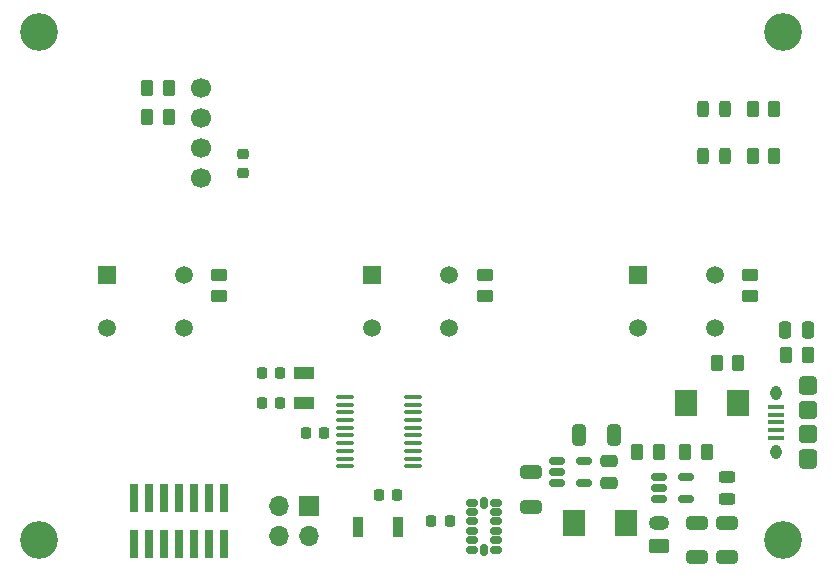
<source format=gbr>
%TF.GenerationSoftware,KiCad,Pcbnew,8.0.5*%
%TF.CreationDate,2024-11-06T09:26:01-07:00*%
%TF.ProjectId,STM32G041F8P6_dev,53544d33-3247-4303-9431-463850365f64,rev?*%
%TF.SameCoordinates,Original*%
%TF.FileFunction,Soldermask,Top*%
%TF.FilePolarity,Negative*%
%FSLAX46Y46*%
G04 Gerber Fmt 4.6, Leading zero omitted, Abs format (unit mm)*
G04 Created by KiCad (PCBNEW 8.0.5) date 2024-11-06 09:26:01*
%MOMM*%
%LPD*%
G01*
G04 APERTURE LIST*
G04 Aperture macros list*
%AMRoundRect*
0 Rectangle with rounded corners*
0 $1 Rounding radius*
0 $2 $3 $4 $5 $6 $7 $8 $9 X,Y pos of 4 corners*
0 Add a 4 corners polygon primitive as box body*
4,1,4,$2,$3,$4,$5,$6,$7,$8,$9,$2,$3,0*
0 Add four circle primitives for the rounded corners*
1,1,$1+$1,$2,$3*
1,1,$1+$1,$4,$5*
1,1,$1+$1,$6,$7*
1,1,$1+$1,$8,$9*
0 Add four rect primitives between the rounded corners*
20,1,$1+$1,$2,$3,$4,$5,0*
20,1,$1+$1,$4,$5,$6,$7,0*
20,1,$1+$1,$6,$7,$8,$9,0*
20,1,$1+$1,$8,$9,$2,$3,0*%
G04 Aperture macros list end*
%ADD10RoundRect,0.225000X-0.225000X-0.250000X0.225000X-0.250000X0.225000X0.250000X-0.225000X0.250000X0*%
%ADD11RoundRect,0.225000X-0.250000X0.225000X-0.250000X-0.225000X0.250000X-0.225000X0.250000X0.225000X0*%
%ADD12C,1.700000*%
%ADD13RoundRect,0.100000X0.575000X-0.100000X0.575000X0.100000X-0.575000X0.100000X-0.575000X-0.100000X0*%
%ADD14O,1.550000X0.890000*%
%ADD15RoundRect,0.250000X0.525000X-0.475000X0.525000X0.475000X-0.525000X0.475000X-0.525000X-0.475000X0*%
%ADD16O,0.950000X1.250000*%
%ADD17RoundRect,0.250000X0.525000X-0.500000X0.525000X0.500000X-0.525000X0.500000X-0.525000X-0.500000X0*%
%ADD18R,1.498600X1.498600*%
%ADD19C,1.498600*%
%ADD20RoundRect,0.150000X-0.512500X-0.150000X0.512500X-0.150000X0.512500X0.150000X-0.512500X0.150000X0*%
%ADD21R,1.800000X1.000000*%
%ADD22RoundRect,0.250000X0.450000X-0.262500X0.450000X0.262500X-0.450000X0.262500X-0.450000X-0.262500X0*%
%ADD23RoundRect,0.225000X0.225000X0.250000X-0.225000X0.250000X-0.225000X-0.250000X0.225000X-0.250000X0*%
%ADD24RoundRect,0.250000X0.250000X0.475000X-0.250000X0.475000X-0.250000X-0.475000X0.250000X-0.475000X0*%
%ADD25RoundRect,0.100000X-0.637500X-0.100000X0.637500X-0.100000X0.637500X0.100000X-0.637500X0.100000X0*%
%ADD26RoundRect,0.250000X0.262500X0.450000X-0.262500X0.450000X-0.262500X-0.450000X0.262500X-0.450000X0*%
%ADD27R,1.879600X2.260600*%
%ADD28C,3.200000*%
%ADD29RoundRect,0.250000X-0.650000X0.325000X-0.650000X-0.325000X0.650000X-0.325000X0.650000X0.325000X0*%
%ADD30R,0.900000X1.700000*%
%ADD31RoundRect,0.250000X0.325000X0.650000X-0.325000X0.650000X-0.325000X-0.650000X0.325000X-0.650000X0*%
%ADD32RoundRect,0.250000X-0.262500X-0.450000X0.262500X-0.450000X0.262500X0.450000X-0.262500X0.450000X0*%
%ADD33RoundRect,0.243750X-0.456250X0.243750X-0.456250X-0.243750X0.456250X-0.243750X0.456250X0.243750X0*%
%ADD34RoundRect,0.250000X0.650000X-0.325000X0.650000X0.325000X-0.650000X0.325000X-0.650000X-0.325000X0*%
%ADD35RoundRect,0.243750X0.243750X0.456250X-0.243750X0.456250X-0.243750X-0.456250X0.243750X-0.456250X0*%
%ADD36RoundRect,0.250000X0.475000X-0.250000X0.475000X0.250000X-0.475000X0.250000X-0.475000X-0.250000X0*%
%ADD37R,0.740000X2.400000*%
%ADD38RoundRect,0.150000X-0.325000X-0.150000X0.325000X-0.150000X0.325000X0.150000X-0.325000X0.150000X0*%
%ADD39RoundRect,0.150000X-0.150000X-0.325000X0.150000X-0.325000X0.150000X0.325000X-0.150000X0.325000X0*%
%ADD40RoundRect,0.250000X0.625000X-0.350000X0.625000X0.350000X-0.625000X0.350000X-0.625000X-0.350000X0*%
%ADD41O,1.750000X1.200000*%
%ADD42R,1.700000X1.700000*%
%ADD43O,1.700000X1.700000*%
G04 APERTURE END LIST*
D10*
%TO.C,C12*%
X192725000Y-90900000D03*
X194275000Y-90900000D03*
%TD*%
D11*
%TO.C,C11*%
X176800000Y-59825000D03*
X176800000Y-61375000D03*
%TD*%
D12*
%TO.C,D4*%
X173270000Y-54190000D03*
X173270000Y-56730000D03*
X173270000Y-59270000D03*
X173270000Y-61810000D03*
%TD*%
D13*
%TO.C,J1*%
X221900000Y-83800000D03*
X221900000Y-83150000D03*
X221900000Y-82500000D03*
X221900000Y-81850000D03*
X221900000Y-81200000D03*
D14*
X224600000Y-86000000D03*
D15*
X224600000Y-85525000D03*
D16*
X221900000Y-85000000D03*
D17*
X224600000Y-83500000D03*
X224600000Y-81500000D03*
D16*
X221900000Y-80000000D03*
D15*
X224600000Y-79475000D03*
D14*
X224600000Y-79000000D03*
%TD*%
D18*
%TO.C,SW2*%
X165249999Y-70000000D03*
D19*
X171750000Y-70000000D03*
X165249999Y-74500001D03*
X171750000Y-74500001D03*
%TD*%
D20*
%TO.C,U2*%
X203362500Y-85750000D03*
X203362500Y-86700000D03*
X203362500Y-87650000D03*
X205637500Y-87650000D03*
X205637500Y-85750000D03*
%TD*%
D21*
%TO.C,Y1*%
X181950000Y-78350000D03*
X181950000Y-80850000D03*
%TD*%
D22*
%TO.C,R8*%
X219750002Y-71825000D03*
X219750002Y-70000000D03*
%TD*%
D10*
%TO.C,C1*%
X182100000Y-83450000D03*
X183650000Y-83450000D03*
%TD*%
D23*
%TO.C,C3*%
X179950000Y-78350000D03*
X178400000Y-78350000D03*
%TD*%
D24*
%TO.C,C5*%
X224600000Y-74700000D03*
X222700000Y-74700000D03*
%TD*%
D25*
%TO.C,U3*%
X185425000Y-80375000D03*
X185425000Y-81025000D03*
X185425000Y-81675000D03*
X185425000Y-82325000D03*
X185425000Y-82975000D03*
X185425000Y-83625000D03*
X185425000Y-84275000D03*
X185425000Y-84925000D03*
X185425000Y-85575000D03*
X185425000Y-86225000D03*
X191150000Y-86225000D03*
X191150000Y-85575000D03*
X191150000Y-84925000D03*
X191150000Y-84275000D03*
X191150000Y-83625000D03*
X191150000Y-82975000D03*
X191150000Y-82325000D03*
X191150000Y-81675000D03*
X191150000Y-81025000D03*
X191150000Y-80375000D03*
%TD*%
D26*
%TO.C,R5*%
X221775000Y-60000000D03*
X219950000Y-60000000D03*
%TD*%
D27*
%TO.C,CR2*%
X204790200Y-91000000D03*
X209209800Y-91000000D03*
%TD*%
D28*
%TO.C,H2*%
X222500000Y-49500000D03*
%TD*%
D29*
%TO.C,C2*%
X217750000Y-91000000D03*
X217750000Y-93950000D03*
%TD*%
D30*
%TO.C,SW1*%
X186487500Y-91400000D03*
X189887500Y-91400000D03*
%TD*%
D31*
%TO.C,C10*%
X208175000Y-83600000D03*
X205225000Y-83600000D03*
%TD*%
D26*
%TO.C,R9*%
X170512500Y-54200000D03*
X168687500Y-54200000D03*
%TD*%
D32*
%TO.C,R2*%
X214250000Y-85000000D03*
X216075000Y-85000000D03*
%TD*%
D28*
%TO.C,H4*%
X222500000Y-92500000D03*
%TD*%
D33*
%TO.C,D1*%
X217750000Y-87125000D03*
X217750000Y-89000000D03*
%TD*%
D32*
%TO.C,R11*%
X216894600Y-77500000D03*
X218719600Y-77500000D03*
%TD*%
D26*
%TO.C,R3*%
X212000000Y-85000000D03*
X210175000Y-85000000D03*
%TD*%
D34*
%TO.C,C7*%
X201150000Y-89675000D03*
X201150000Y-86725000D03*
%TD*%
D28*
%TO.C,H3*%
X159500000Y-92500000D03*
%TD*%
D35*
%TO.C,D2*%
X217625000Y-56000000D03*
X215750000Y-56000000D03*
%TD*%
D22*
%TO.C,R7*%
X197250001Y-71825000D03*
X197250001Y-70000000D03*
%TD*%
D26*
%TO.C,R1*%
X224600000Y-76800000D03*
X222775000Y-76800000D03*
%TD*%
D22*
%TO.C,R6*%
X174750000Y-71825000D03*
X174750000Y-70000000D03*
%TD*%
D35*
%TO.C,D3*%
X217625000Y-60000000D03*
X215750000Y-60000000D03*
%TD*%
D26*
%TO.C,R4*%
X221775000Y-56000000D03*
X219950000Y-56000000D03*
%TD*%
D36*
%TO.C,C9*%
X207800000Y-87650000D03*
X207800000Y-85750000D03*
%TD*%
D37*
%TO.C,J4*%
X167590000Y-92800000D03*
X167590000Y-88900000D03*
X168860000Y-92800000D03*
X168860000Y-88900000D03*
X170130000Y-92800000D03*
X170130000Y-88900000D03*
X171400000Y-92800000D03*
X171400000Y-88900000D03*
X172670000Y-92800000D03*
X172670000Y-88900000D03*
X173940000Y-92800000D03*
X173940000Y-88900000D03*
X175210000Y-92800000D03*
X175210000Y-88900000D03*
%TD*%
D29*
%TO.C,C8*%
X215250000Y-91000000D03*
X215250000Y-93950000D03*
%TD*%
D28*
%TO.C,H1*%
X159500000Y-49500000D03*
%TD*%
D38*
%TO.C,U4*%
X196200000Y-89300000D03*
X196200000Y-90100000D03*
X196200000Y-90900000D03*
X196200000Y-91700000D03*
X196200000Y-92500000D03*
X196200000Y-93300000D03*
D39*
X197200000Y-93300000D03*
D38*
X198200000Y-93300000D03*
X198200000Y-92500000D03*
X198200000Y-91700000D03*
X198200000Y-90900000D03*
X198200000Y-90100000D03*
X198200000Y-89300000D03*
D39*
X197200000Y-89300000D03*
%TD*%
D10*
%TO.C,C6*%
X188312500Y-88700000D03*
X189862500Y-88700000D03*
%TD*%
D20*
%TO.C,U1*%
X212000000Y-87100000D03*
X212000000Y-88050000D03*
X212000000Y-89000000D03*
X214275000Y-89000000D03*
X214275000Y-87100000D03*
%TD*%
D18*
%TO.C,SW4*%
X210250001Y-70000000D03*
D19*
X216750002Y-70000000D03*
X210250001Y-74500001D03*
X216750002Y-74500001D03*
%TD*%
D26*
%TO.C,R10*%
X170500000Y-56700000D03*
X168675000Y-56700000D03*
%TD*%
D23*
%TO.C,C4*%
X179950000Y-80850000D03*
X178400000Y-80850000D03*
%TD*%
D18*
%TO.C,SW3*%
X187750000Y-70000000D03*
D19*
X194250001Y-70000000D03*
X187750000Y-74500001D03*
X194250001Y-74500001D03*
%TD*%
D27*
%TO.C,CR1*%
X214300000Y-80900000D03*
X218719600Y-80900000D03*
%TD*%
D40*
%TO.C,J2*%
X212000000Y-93000000D03*
D41*
X212000000Y-91000000D03*
%TD*%
D42*
%TO.C,J3*%
X182375000Y-89625000D03*
D43*
X179835000Y-89625000D03*
X182375000Y-92165000D03*
X179835000Y-92165000D03*
%TD*%
M02*

</source>
